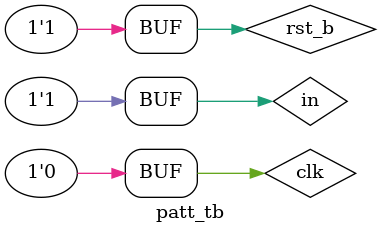
<source format=v>
module patt(
    input wire clk, rst_b, in,
    output reg out
);

parameter S0_ST = 2'd0;
parameter S1_ST = 2'd1;
parameter S2_ST = 2'd2;
parameter S3_ST = 2'd3;

reg[1:0] state, next_state; 

// bloc 1 -> logica de stare

always @(*) begin
    case (state)
        S0_ST: next_state = in ? S1_ST : S0_ST;
        S1_ST: next_state = in ? S1_ST : S2_ST;
        S2_ST: next_state = in ? S3_ST : S0_ST;
        S3_ST: next_state = in ? S1_ST : S2_ST;
    endcase
end

// bloc 2 -> logica de iesire

always @(*) begin
    out = (S3_ST == state && in) ? 1 : 0;
end


// bloc 3 -> automat

always @(posedge clk, negedge rst_b) begin
    if(!rst_b)
        state <= S0_ST;
    else
        state <= next_state;
end

endmodule


module patt_tb;

reg clk, rst_b, in;
wire out;

patt cut(
    .clk(clk),
    .rst_b(rst_b),
    .in(in),
    .out(out)
);

localparam CLK_PERIOD = 100, RUNNING_CYCLES = 7;
initial begin 
    clk = 0;
    repeat (2 * RUNNING_CYCLES) #(CLK_PERIOD / 2) clk = ~clk;
end
// generarea semnalului de reset se face, prin codul de mai jos; durata de activare a semnalului
// de reset este specificat prin constanta RST_DURATION
localparam RST_DURATION = 25;
initial begin 
    rst_b = 0;
    #RST_DURATION rst_b = ~rst_b;
end
// celelalte intrari (sincrone) pot fi generate in blocuri initial separate sau pot fi generate
// impreuna intr-un singur bloc initial ca mai jos
initial begin
    $display("clk | rst | in | out");
    $monitor(" %b  |  %b  | %b  |  %b", clk, rst_b, in, out);
    in = 1;
    #CLK_PERIOD in = 0;
    #CLK_PERIOD in = 1;
    #(2 * CLK_PERIOD) in = 0;
    #CLK_PERIOD in = 1;
end

endmodule
</source>
